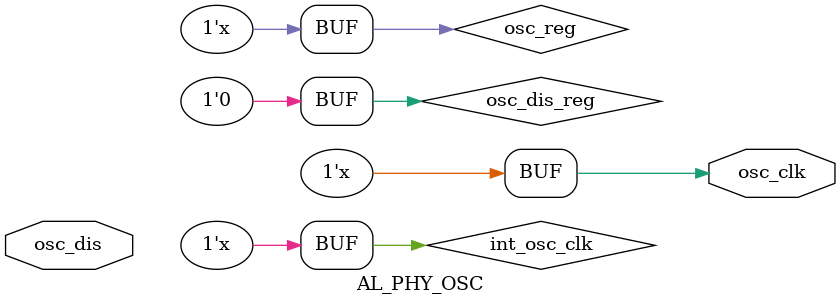
<source format=v>

`timescale  1 ns / 1 ps

module AL_PHY_OSC (osc_dis, osc_clk);		// osc clk

    input osc_dis;
    output osc_clk;

    parameter STDBY = "DISABLE"; 	// DISABLE/ENABLE 

    reg osc_reg, int_osc_clk;
    reg osc_dis_reg;

    initial
    begin
        int_osc_clk = 1'b0;
    end

    always @(*) begin
        if (STDBY == "ENABLE")
            osc_dis_reg = osc_dis;
        else
            osc_dis_reg = 0;
    end

    always
        #1.9 int_osc_clk = ~int_osc_clk;

    always @ (osc_dis_reg or int_osc_clk) begin
        if (osc_dis_reg == 1'b1)
            osc_reg = 1'b0;
        else
            osc_reg = int_osc_clk;
    end

    buf (osc_clk, osc_reg);

endmodule

</source>
